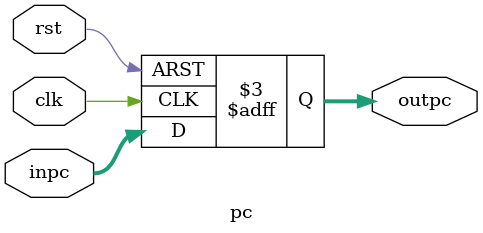
<source format=v>
/**************************************************************************************************/
/**************************************************************************************************/
/*****************************		Author: Alyaa Mohamed 	***************************************/
/*****************************		Module: Program Counter ***************************************/
/**************************************************************************************************/
/**************************************************************************************************/

module pc
(
    input  wire			clk					,
    input  wire			rst					,
    input  wire	[31:0] 	inpc				,
    
	output reg 	[31:0] 	outpc
	
);

/***************************************************************************************************/
/***************************************************************************************************/

	always @(posedge clk or negedge rst)
		begin
		
			if(!rst)
				begin
				
					outpc <= 32'b0			;
				
				end
			else
				begin
				
					outpc <= inpc			;
				
				end
		
		end

endmodule

</source>
